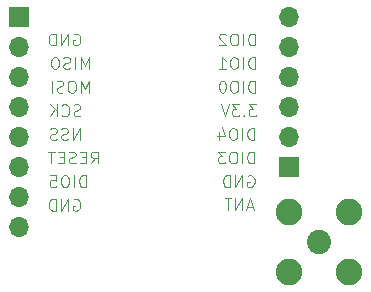
<source format=gbr>
%TF.GenerationSoftware,KiCad,Pcbnew,8.0.6*%
%TF.CreationDate,2024-11-18T16:26:53-05:00*%
%TF.ProjectId,lora_breakout,6c6f7261-5f62-4726-9561-6b6f75742e6b,rev?*%
%TF.SameCoordinates,Original*%
%TF.FileFunction,Copper,L2,Bot*%
%TF.FilePolarity,Positive*%
%FSLAX46Y46*%
G04 Gerber Fmt 4.6, Leading zero omitted, Abs format (unit mm)*
G04 Created by KiCad (PCBNEW 8.0.6) date 2024-11-18 16:26:53*
%MOMM*%
%LPD*%
G01*
G04 APERTURE LIST*
%ADD10C,0.125000*%
%TA.AperFunction,NonConductor*%
%ADD11C,0.125000*%
%TD*%
%TA.AperFunction,ComponentPad*%
%ADD12R,1.700000X1.700000*%
%TD*%
%TA.AperFunction,ComponentPad*%
%ADD13O,1.700000X1.700000*%
%TD*%
%TA.AperFunction,ComponentPad*%
%ADD14C,2.250000*%
%TD*%
%TA.AperFunction,ComponentPad*%
%ADD15C,2.050000*%
%TD*%
G04 APERTURE END LIST*
D10*
D11*
X132905859Y-91668738D02*
X133001097Y-91621119D01*
X133001097Y-91621119D02*
X133143954Y-91621119D01*
X133143954Y-91621119D02*
X133286811Y-91668738D01*
X133286811Y-91668738D02*
X133382049Y-91763976D01*
X133382049Y-91763976D02*
X133429668Y-91859214D01*
X133429668Y-91859214D02*
X133477287Y-92049690D01*
X133477287Y-92049690D02*
X133477287Y-92192547D01*
X133477287Y-92192547D02*
X133429668Y-92383023D01*
X133429668Y-92383023D02*
X133382049Y-92478261D01*
X133382049Y-92478261D02*
X133286811Y-92573500D01*
X133286811Y-92573500D02*
X133143954Y-92621119D01*
X133143954Y-92621119D02*
X133048716Y-92621119D01*
X133048716Y-92621119D02*
X132905859Y-92573500D01*
X132905859Y-92573500D02*
X132858240Y-92525880D01*
X132858240Y-92525880D02*
X132858240Y-92192547D01*
X132858240Y-92192547D02*
X133048716Y-92192547D01*
X132429668Y-92621119D02*
X132429668Y-91621119D01*
X132429668Y-91621119D02*
X131858240Y-92621119D01*
X131858240Y-92621119D02*
X131858240Y-91621119D01*
X131382049Y-92621119D02*
X131382049Y-91621119D01*
X131382049Y-91621119D02*
X131143954Y-91621119D01*
X131143954Y-91621119D02*
X131001097Y-91668738D01*
X131001097Y-91668738D02*
X130905859Y-91763976D01*
X130905859Y-91763976D02*
X130858240Y-91859214D01*
X130858240Y-91859214D02*
X130810621Y-92049690D01*
X130810621Y-92049690D02*
X130810621Y-92192547D01*
X130810621Y-92192547D02*
X130858240Y-92383023D01*
X130858240Y-92383023D02*
X130905859Y-92478261D01*
X130905859Y-92478261D02*
X131001097Y-92573500D01*
X131001097Y-92573500D02*
X131143954Y-92621119D01*
X131143954Y-92621119D02*
X131382049Y-92621119D01*
D10*
D11*
X133929668Y-90621119D02*
X133929668Y-89621119D01*
X133929668Y-89621119D02*
X133691573Y-89621119D01*
X133691573Y-89621119D02*
X133548716Y-89668738D01*
X133548716Y-89668738D02*
X133453478Y-89763976D01*
X133453478Y-89763976D02*
X133405859Y-89859214D01*
X133405859Y-89859214D02*
X133358240Y-90049690D01*
X133358240Y-90049690D02*
X133358240Y-90192547D01*
X133358240Y-90192547D02*
X133405859Y-90383023D01*
X133405859Y-90383023D02*
X133453478Y-90478261D01*
X133453478Y-90478261D02*
X133548716Y-90573500D01*
X133548716Y-90573500D02*
X133691573Y-90621119D01*
X133691573Y-90621119D02*
X133929668Y-90621119D01*
X132929668Y-90621119D02*
X132929668Y-89621119D01*
X132263002Y-89621119D02*
X132072526Y-89621119D01*
X132072526Y-89621119D02*
X131977288Y-89668738D01*
X131977288Y-89668738D02*
X131882050Y-89763976D01*
X131882050Y-89763976D02*
X131834431Y-89954452D01*
X131834431Y-89954452D02*
X131834431Y-90287785D01*
X131834431Y-90287785D02*
X131882050Y-90478261D01*
X131882050Y-90478261D02*
X131977288Y-90573500D01*
X131977288Y-90573500D02*
X132072526Y-90621119D01*
X132072526Y-90621119D02*
X132263002Y-90621119D01*
X132263002Y-90621119D02*
X132358240Y-90573500D01*
X132358240Y-90573500D02*
X132453478Y-90478261D01*
X132453478Y-90478261D02*
X132501097Y-90287785D01*
X132501097Y-90287785D02*
X132501097Y-89954452D01*
X132501097Y-89954452D02*
X132453478Y-89763976D01*
X132453478Y-89763976D02*
X132358240Y-89668738D01*
X132358240Y-89668738D02*
X132263002Y-89621119D01*
X130929669Y-89621119D02*
X131405859Y-89621119D01*
X131405859Y-89621119D02*
X131453478Y-90097309D01*
X131453478Y-90097309D02*
X131405859Y-90049690D01*
X131405859Y-90049690D02*
X131310621Y-90002071D01*
X131310621Y-90002071D02*
X131072526Y-90002071D01*
X131072526Y-90002071D02*
X130977288Y-90049690D01*
X130977288Y-90049690D02*
X130929669Y-90097309D01*
X130929669Y-90097309D02*
X130882050Y-90192547D01*
X130882050Y-90192547D02*
X130882050Y-90430642D01*
X130882050Y-90430642D02*
X130929669Y-90525880D01*
X130929669Y-90525880D02*
X130977288Y-90573500D01*
X130977288Y-90573500D02*
X131072526Y-90621119D01*
X131072526Y-90621119D02*
X131310621Y-90621119D01*
X131310621Y-90621119D02*
X131405859Y-90573500D01*
X131405859Y-90573500D02*
X131453478Y-90525880D01*
D10*
D11*
X134358240Y-88621119D02*
X134691573Y-88144928D01*
X134929668Y-88621119D02*
X134929668Y-87621119D01*
X134929668Y-87621119D02*
X134548716Y-87621119D01*
X134548716Y-87621119D02*
X134453478Y-87668738D01*
X134453478Y-87668738D02*
X134405859Y-87716357D01*
X134405859Y-87716357D02*
X134358240Y-87811595D01*
X134358240Y-87811595D02*
X134358240Y-87954452D01*
X134358240Y-87954452D02*
X134405859Y-88049690D01*
X134405859Y-88049690D02*
X134453478Y-88097309D01*
X134453478Y-88097309D02*
X134548716Y-88144928D01*
X134548716Y-88144928D02*
X134929668Y-88144928D01*
X133929668Y-88097309D02*
X133596335Y-88097309D01*
X133453478Y-88621119D02*
X133929668Y-88621119D01*
X133929668Y-88621119D02*
X133929668Y-87621119D01*
X133929668Y-87621119D02*
X133453478Y-87621119D01*
X133072525Y-88573500D02*
X132929668Y-88621119D01*
X132929668Y-88621119D02*
X132691573Y-88621119D01*
X132691573Y-88621119D02*
X132596335Y-88573500D01*
X132596335Y-88573500D02*
X132548716Y-88525880D01*
X132548716Y-88525880D02*
X132501097Y-88430642D01*
X132501097Y-88430642D02*
X132501097Y-88335404D01*
X132501097Y-88335404D02*
X132548716Y-88240166D01*
X132548716Y-88240166D02*
X132596335Y-88192547D01*
X132596335Y-88192547D02*
X132691573Y-88144928D01*
X132691573Y-88144928D02*
X132882049Y-88097309D01*
X132882049Y-88097309D02*
X132977287Y-88049690D01*
X132977287Y-88049690D02*
X133024906Y-88002071D01*
X133024906Y-88002071D02*
X133072525Y-87906833D01*
X133072525Y-87906833D02*
X133072525Y-87811595D01*
X133072525Y-87811595D02*
X133024906Y-87716357D01*
X133024906Y-87716357D02*
X132977287Y-87668738D01*
X132977287Y-87668738D02*
X132882049Y-87621119D01*
X132882049Y-87621119D02*
X132643954Y-87621119D01*
X132643954Y-87621119D02*
X132501097Y-87668738D01*
X132072525Y-88097309D02*
X131739192Y-88097309D01*
X131596335Y-88621119D02*
X132072525Y-88621119D01*
X132072525Y-88621119D02*
X132072525Y-87621119D01*
X132072525Y-87621119D02*
X131596335Y-87621119D01*
X131310620Y-87621119D02*
X130739192Y-87621119D01*
X131024906Y-88621119D02*
X131024906Y-87621119D01*
D10*
D11*
X133429668Y-86621119D02*
X133429668Y-85621119D01*
X133429668Y-85621119D02*
X132858240Y-86621119D01*
X132858240Y-86621119D02*
X132858240Y-85621119D01*
X132429668Y-86573500D02*
X132286811Y-86621119D01*
X132286811Y-86621119D02*
X132048716Y-86621119D01*
X132048716Y-86621119D02*
X131953478Y-86573500D01*
X131953478Y-86573500D02*
X131905859Y-86525880D01*
X131905859Y-86525880D02*
X131858240Y-86430642D01*
X131858240Y-86430642D02*
X131858240Y-86335404D01*
X131858240Y-86335404D02*
X131905859Y-86240166D01*
X131905859Y-86240166D02*
X131953478Y-86192547D01*
X131953478Y-86192547D02*
X132048716Y-86144928D01*
X132048716Y-86144928D02*
X132239192Y-86097309D01*
X132239192Y-86097309D02*
X132334430Y-86049690D01*
X132334430Y-86049690D02*
X132382049Y-86002071D01*
X132382049Y-86002071D02*
X132429668Y-85906833D01*
X132429668Y-85906833D02*
X132429668Y-85811595D01*
X132429668Y-85811595D02*
X132382049Y-85716357D01*
X132382049Y-85716357D02*
X132334430Y-85668738D01*
X132334430Y-85668738D02*
X132239192Y-85621119D01*
X132239192Y-85621119D02*
X132001097Y-85621119D01*
X132001097Y-85621119D02*
X131858240Y-85668738D01*
X131477287Y-86573500D02*
X131334430Y-86621119D01*
X131334430Y-86621119D02*
X131096335Y-86621119D01*
X131096335Y-86621119D02*
X131001097Y-86573500D01*
X131001097Y-86573500D02*
X130953478Y-86525880D01*
X130953478Y-86525880D02*
X130905859Y-86430642D01*
X130905859Y-86430642D02*
X130905859Y-86335404D01*
X130905859Y-86335404D02*
X130953478Y-86240166D01*
X130953478Y-86240166D02*
X131001097Y-86192547D01*
X131001097Y-86192547D02*
X131096335Y-86144928D01*
X131096335Y-86144928D02*
X131286811Y-86097309D01*
X131286811Y-86097309D02*
X131382049Y-86049690D01*
X131382049Y-86049690D02*
X131429668Y-86002071D01*
X131429668Y-86002071D02*
X131477287Y-85906833D01*
X131477287Y-85906833D02*
X131477287Y-85811595D01*
X131477287Y-85811595D02*
X131429668Y-85716357D01*
X131429668Y-85716357D02*
X131382049Y-85668738D01*
X131382049Y-85668738D02*
X131286811Y-85621119D01*
X131286811Y-85621119D02*
X131048716Y-85621119D01*
X131048716Y-85621119D02*
X130905859Y-85668738D01*
D10*
D11*
X133477287Y-84573500D02*
X133334430Y-84621119D01*
X133334430Y-84621119D02*
X133096335Y-84621119D01*
X133096335Y-84621119D02*
X133001097Y-84573500D01*
X133001097Y-84573500D02*
X132953478Y-84525880D01*
X132953478Y-84525880D02*
X132905859Y-84430642D01*
X132905859Y-84430642D02*
X132905859Y-84335404D01*
X132905859Y-84335404D02*
X132953478Y-84240166D01*
X132953478Y-84240166D02*
X133001097Y-84192547D01*
X133001097Y-84192547D02*
X133096335Y-84144928D01*
X133096335Y-84144928D02*
X133286811Y-84097309D01*
X133286811Y-84097309D02*
X133382049Y-84049690D01*
X133382049Y-84049690D02*
X133429668Y-84002071D01*
X133429668Y-84002071D02*
X133477287Y-83906833D01*
X133477287Y-83906833D02*
X133477287Y-83811595D01*
X133477287Y-83811595D02*
X133429668Y-83716357D01*
X133429668Y-83716357D02*
X133382049Y-83668738D01*
X133382049Y-83668738D02*
X133286811Y-83621119D01*
X133286811Y-83621119D02*
X133048716Y-83621119D01*
X133048716Y-83621119D02*
X132905859Y-83668738D01*
X131905859Y-84525880D02*
X131953478Y-84573500D01*
X131953478Y-84573500D02*
X132096335Y-84621119D01*
X132096335Y-84621119D02*
X132191573Y-84621119D01*
X132191573Y-84621119D02*
X132334430Y-84573500D01*
X132334430Y-84573500D02*
X132429668Y-84478261D01*
X132429668Y-84478261D02*
X132477287Y-84383023D01*
X132477287Y-84383023D02*
X132524906Y-84192547D01*
X132524906Y-84192547D02*
X132524906Y-84049690D01*
X132524906Y-84049690D02*
X132477287Y-83859214D01*
X132477287Y-83859214D02*
X132429668Y-83763976D01*
X132429668Y-83763976D02*
X132334430Y-83668738D01*
X132334430Y-83668738D02*
X132191573Y-83621119D01*
X132191573Y-83621119D02*
X132096335Y-83621119D01*
X132096335Y-83621119D02*
X131953478Y-83668738D01*
X131953478Y-83668738D02*
X131905859Y-83716357D01*
X131477287Y-84621119D02*
X131477287Y-83621119D01*
X130905859Y-84621119D02*
X131334430Y-84049690D01*
X130905859Y-83621119D02*
X131477287Y-84192547D01*
D10*
D11*
X134179668Y-82621119D02*
X134179668Y-81621119D01*
X134179668Y-81621119D02*
X133846335Y-82335404D01*
X133846335Y-82335404D02*
X133513002Y-81621119D01*
X133513002Y-81621119D02*
X133513002Y-82621119D01*
X132846335Y-81621119D02*
X132655859Y-81621119D01*
X132655859Y-81621119D02*
X132560621Y-81668738D01*
X132560621Y-81668738D02*
X132465383Y-81763976D01*
X132465383Y-81763976D02*
X132417764Y-81954452D01*
X132417764Y-81954452D02*
X132417764Y-82287785D01*
X132417764Y-82287785D02*
X132465383Y-82478261D01*
X132465383Y-82478261D02*
X132560621Y-82573500D01*
X132560621Y-82573500D02*
X132655859Y-82621119D01*
X132655859Y-82621119D02*
X132846335Y-82621119D01*
X132846335Y-82621119D02*
X132941573Y-82573500D01*
X132941573Y-82573500D02*
X133036811Y-82478261D01*
X133036811Y-82478261D02*
X133084430Y-82287785D01*
X133084430Y-82287785D02*
X133084430Y-81954452D01*
X133084430Y-81954452D02*
X133036811Y-81763976D01*
X133036811Y-81763976D02*
X132941573Y-81668738D01*
X132941573Y-81668738D02*
X132846335Y-81621119D01*
X132036811Y-82573500D02*
X131893954Y-82621119D01*
X131893954Y-82621119D02*
X131655859Y-82621119D01*
X131655859Y-82621119D02*
X131560621Y-82573500D01*
X131560621Y-82573500D02*
X131513002Y-82525880D01*
X131513002Y-82525880D02*
X131465383Y-82430642D01*
X131465383Y-82430642D02*
X131465383Y-82335404D01*
X131465383Y-82335404D02*
X131513002Y-82240166D01*
X131513002Y-82240166D02*
X131560621Y-82192547D01*
X131560621Y-82192547D02*
X131655859Y-82144928D01*
X131655859Y-82144928D02*
X131846335Y-82097309D01*
X131846335Y-82097309D02*
X131941573Y-82049690D01*
X131941573Y-82049690D02*
X131989192Y-82002071D01*
X131989192Y-82002071D02*
X132036811Y-81906833D01*
X132036811Y-81906833D02*
X132036811Y-81811595D01*
X132036811Y-81811595D02*
X131989192Y-81716357D01*
X131989192Y-81716357D02*
X131941573Y-81668738D01*
X131941573Y-81668738D02*
X131846335Y-81621119D01*
X131846335Y-81621119D02*
X131608240Y-81621119D01*
X131608240Y-81621119D02*
X131465383Y-81668738D01*
X131036811Y-82621119D02*
X131036811Y-81621119D01*
D10*
D11*
X134179668Y-80621119D02*
X134179668Y-79621119D01*
X134179668Y-79621119D02*
X133846335Y-80335404D01*
X133846335Y-80335404D02*
X133513002Y-79621119D01*
X133513002Y-79621119D02*
X133513002Y-80621119D01*
X133036811Y-80621119D02*
X133036811Y-79621119D01*
X132608240Y-80573500D02*
X132465383Y-80621119D01*
X132465383Y-80621119D02*
X132227288Y-80621119D01*
X132227288Y-80621119D02*
X132132050Y-80573500D01*
X132132050Y-80573500D02*
X132084431Y-80525880D01*
X132084431Y-80525880D02*
X132036812Y-80430642D01*
X132036812Y-80430642D02*
X132036812Y-80335404D01*
X132036812Y-80335404D02*
X132084431Y-80240166D01*
X132084431Y-80240166D02*
X132132050Y-80192547D01*
X132132050Y-80192547D02*
X132227288Y-80144928D01*
X132227288Y-80144928D02*
X132417764Y-80097309D01*
X132417764Y-80097309D02*
X132513002Y-80049690D01*
X132513002Y-80049690D02*
X132560621Y-80002071D01*
X132560621Y-80002071D02*
X132608240Y-79906833D01*
X132608240Y-79906833D02*
X132608240Y-79811595D01*
X132608240Y-79811595D02*
X132560621Y-79716357D01*
X132560621Y-79716357D02*
X132513002Y-79668738D01*
X132513002Y-79668738D02*
X132417764Y-79621119D01*
X132417764Y-79621119D02*
X132179669Y-79621119D01*
X132179669Y-79621119D02*
X132036812Y-79668738D01*
X131417764Y-79621119D02*
X131227288Y-79621119D01*
X131227288Y-79621119D02*
X131132050Y-79668738D01*
X131132050Y-79668738D02*
X131036812Y-79763976D01*
X131036812Y-79763976D02*
X130989193Y-79954452D01*
X130989193Y-79954452D02*
X130989193Y-80287785D01*
X130989193Y-80287785D02*
X131036812Y-80478261D01*
X131036812Y-80478261D02*
X131132050Y-80573500D01*
X131132050Y-80573500D02*
X131227288Y-80621119D01*
X131227288Y-80621119D02*
X131417764Y-80621119D01*
X131417764Y-80621119D02*
X131513002Y-80573500D01*
X131513002Y-80573500D02*
X131608240Y-80478261D01*
X131608240Y-80478261D02*
X131655859Y-80287785D01*
X131655859Y-80287785D02*
X131655859Y-79954452D01*
X131655859Y-79954452D02*
X131608240Y-79763976D01*
X131608240Y-79763976D02*
X131513002Y-79668738D01*
X131513002Y-79668738D02*
X131417764Y-79621119D01*
D10*
D11*
X132905859Y-77668738D02*
X133001097Y-77621119D01*
X133001097Y-77621119D02*
X133143954Y-77621119D01*
X133143954Y-77621119D02*
X133286811Y-77668738D01*
X133286811Y-77668738D02*
X133382049Y-77763976D01*
X133382049Y-77763976D02*
X133429668Y-77859214D01*
X133429668Y-77859214D02*
X133477287Y-78049690D01*
X133477287Y-78049690D02*
X133477287Y-78192547D01*
X133477287Y-78192547D02*
X133429668Y-78383023D01*
X133429668Y-78383023D02*
X133382049Y-78478261D01*
X133382049Y-78478261D02*
X133286811Y-78573500D01*
X133286811Y-78573500D02*
X133143954Y-78621119D01*
X133143954Y-78621119D02*
X133048716Y-78621119D01*
X133048716Y-78621119D02*
X132905859Y-78573500D01*
X132905859Y-78573500D02*
X132858240Y-78525880D01*
X132858240Y-78525880D02*
X132858240Y-78192547D01*
X132858240Y-78192547D02*
X133048716Y-78192547D01*
X132429668Y-78621119D02*
X132429668Y-77621119D01*
X132429668Y-77621119D02*
X131858240Y-78621119D01*
X131858240Y-78621119D02*
X131858240Y-77621119D01*
X131382049Y-78621119D02*
X131382049Y-77621119D01*
X131382049Y-77621119D02*
X131143954Y-77621119D01*
X131143954Y-77621119D02*
X131001097Y-77668738D01*
X131001097Y-77668738D02*
X130905859Y-77763976D01*
X130905859Y-77763976D02*
X130858240Y-77859214D01*
X130858240Y-77859214D02*
X130810621Y-78049690D01*
X130810621Y-78049690D02*
X130810621Y-78192547D01*
X130810621Y-78192547D02*
X130858240Y-78383023D01*
X130858240Y-78383023D02*
X130905859Y-78478261D01*
X130905859Y-78478261D02*
X131001097Y-78573500D01*
X131001097Y-78573500D02*
X131143954Y-78621119D01*
X131143954Y-78621119D02*
X131382049Y-78621119D01*
D10*
D11*
X148264668Y-78621119D02*
X148264668Y-77621119D01*
X148264668Y-77621119D02*
X148026573Y-77621119D01*
X148026573Y-77621119D02*
X147883716Y-77668738D01*
X147883716Y-77668738D02*
X147788478Y-77763976D01*
X147788478Y-77763976D02*
X147740859Y-77859214D01*
X147740859Y-77859214D02*
X147693240Y-78049690D01*
X147693240Y-78049690D02*
X147693240Y-78192547D01*
X147693240Y-78192547D02*
X147740859Y-78383023D01*
X147740859Y-78383023D02*
X147788478Y-78478261D01*
X147788478Y-78478261D02*
X147883716Y-78573500D01*
X147883716Y-78573500D02*
X148026573Y-78621119D01*
X148026573Y-78621119D02*
X148264668Y-78621119D01*
X147264668Y-78621119D02*
X147264668Y-77621119D01*
X146598002Y-77621119D02*
X146407526Y-77621119D01*
X146407526Y-77621119D02*
X146312288Y-77668738D01*
X146312288Y-77668738D02*
X146217050Y-77763976D01*
X146217050Y-77763976D02*
X146169431Y-77954452D01*
X146169431Y-77954452D02*
X146169431Y-78287785D01*
X146169431Y-78287785D02*
X146217050Y-78478261D01*
X146217050Y-78478261D02*
X146312288Y-78573500D01*
X146312288Y-78573500D02*
X146407526Y-78621119D01*
X146407526Y-78621119D02*
X146598002Y-78621119D01*
X146598002Y-78621119D02*
X146693240Y-78573500D01*
X146693240Y-78573500D02*
X146788478Y-78478261D01*
X146788478Y-78478261D02*
X146836097Y-78287785D01*
X146836097Y-78287785D02*
X146836097Y-77954452D01*
X146836097Y-77954452D02*
X146788478Y-77763976D01*
X146788478Y-77763976D02*
X146693240Y-77668738D01*
X146693240Y-77668738D02*
X146598002Y-77621119D01*
X145788478Y-77716357D02*
X145740859Y-77668738D01*
X145740859Y-77668738D02*
X145645621Y-77621119D01*
X145645621Y-77621119D02*
X145407526Y-77621119D01*
X145407526Y-77621119D02*
X145312288Y-77668738D01*
X145312288Y-77668738D02*
X145264669Y-77716357D01*
X145264669Y-77716357D02*
X145217050Y-77811595D01*
X145217050Y-77811595D02*
X145217050Y-77906833D01*
X145217050Y-77906833D02*
X145264669Y-78049690D01*
X145264669Y-78049690D02*
X145836097Y-78621119D01*
X145836097Y-78621119D02*
X145217050Y-78621119D01*
D10*
D11*
X148264668Y-80621119D02*
X148264668Y-79621119D01*
X148264668Y-79621119D02*
X148026573Y-79621119D01*
X148026573Y-79621119D02*
X147883716Y-79668738D01*
X147883716Y-79668738D02*
X147788478Y-79763976D01*
X147788478Y-79763976D02*
X147740859Y-79859214D01*
X147740859Y-79859214D02*
X147693240Y-80049690D01*
X147693240Y-80049690D02*
X147693240Y-80192547D01*
X147693240Y-80192547D02*
X147740859Y-80383023D01*
X147740859Y-80383023D02*
X147788478Y-80478261D01*
X147788478Y-80478261D02*
X147883716Y-80573500D01*
X147883716Y-80573500D02*
X148026573Y-80621119D01*
X148026573Y-80621119D02*
X148264668Y-80621119D01*
X147264668Y-80621119D02*
X147264668Y-79621119D01*
X146598002Y-79621119D02*
X146407526Y-79621119D01*
X146407526Y-79621119D02*
X146312288Y-79668738D01*
X146312288Y-79668738D02*
X146217050Y-79763976D01*
X146217050Y-79763976D02*
X146169431Y-79954452D01*
X146169431Y-79954452D02*
X146169431Y-80287785D01*
X146169431Y-80287785D02*
X146217050Y-80478261D01*
X146217050Y-80478261D02*
X146312288Y-80573500D01*
X146312288Y-80573500D02*
X146407526Y-80621119D01*
X146407526Y-80621119D02*
X146598002Y-80621119D01*
X146598002Y-80621119D02*
X146693240Y-80573500D01*
X146693240Y-80573500D02*
X146788478Y-80478261D01*
X146788478Y-80478261D02*
X146836097Y-80287785D01*
X146836097Y-80287785D02*
X146836097Y-79954452D01*
X146836097Y-79954452D02*
X146788478Y-79763976D01*
X146788478Y-79763976D02*
X146693240Y-79668738D01*
X146693240Y-79668738D02*
X146598002Y-79621119D01*
X145217050Y-80621119D02*
X145788478Y-80621119D01*
X145502764Y-80621119D02*
X145502764Y-79621119D01*
X145502764Y-79621119D02*
X145598002Y-79763976D01*
X145598002Y-79763976D02*
X145693240Y-79859214D01*
X145693240Y-79859214D02*
X145788478Y-79906833D01*
D10*
D11*
X148264668Y-82621119D02*
X148264668Y-81621119D01*
X148264668Y-81621119D02*
X148026573Y-81621119D01*
X148026573Y-81621119D02*
X147883716Y-81668738D01*
X147883716Y-81668738D02*
X147788478Y-81763976D01*
X147788478Y-81763976D02*
X147740859Y-81859214D01*
X147740859Y-81859214D02*
X147693240Y-82049690D01*
X147693240Y-82049690D02*
X147693240Y-82192547D01*
X147693240Y-82192547D02*
X147740859Y-82383023D01*
X147740859Y-82383023D02*
X147788478Y-82478261D01*
X147788478Y-82478261D02*
X147883716Y-82573500D01*
X147883716Y-82573500D02*
X148026573Y-82621119D01*
X148026573Y-82621119D02*
X148264668Y-82621119D01*
X147264668Y-82621119D02*
X147264668Y-81621119D01*
X146598002Y-81621119D02*
X146407526Y-81621119D01*
X146407526Y-81621119D02*
X146312288Y-81668738D01*
X146312288Y-81668738D02*
X146217050Y-81763976D01*
X146217050Y-81763976D02*
X146169431Y-81954452D01*
X146169431Y-81954452D02*
X146169431Y-82287785D01*
X146169431Y-82287785D02*
X146217050Y-82478261D01*
X146217050Y-82478261D02*
X146312288Y-82573500D01*
X146312288Y-82573500D02*
X146407526Y-82621119D01*
X146407526Y-82621119D02*
X146598002Y-82621119D01*
X146598002Y-82621119D02*
X146693240Y-82573500D01*
X146693240Y-82573500D02*
X146788478Y-82478261D01*
X146788478Y-82478261D02*
X146836097Y-82287785D01*
X146836097Y-82287785D02*
X146836097Y-81954452D01*
X146836097Y-81954452D02*
X146788478Y-81763976D01*
X146788478Y-81763976D02*
X146693240Y-81668738D01*
X146693240Y-81668738D02*
X146598002Y-81621119D01*
X145550383Y-81621119D02*
X145455145Y-81621119D01*
X145455145Y-81621119D02*
X145359907Y-81668738D01*
X145359907Y-81668738D02*
X145312288Y-81716357D01*
X145312288Y-81716357D02*
X145264669Y-81811595D01*
X145264669Y-81811595D02*
X145217050Y-82002071D01*
X145217050Y-82002071D02*
X145217050Y-82240166D01*
X145217050Y-82240166D02*
X145264669Y-82430642D01*
X145264669Y-82430642D02*
X145312288Y-82525880D01*
X145312288Y-82525880D02*
X145359907Y-82573500D01*
X145359907Y-82573500D02*
X145455145Y-82621119D01*
X145455145Y-82621119D02*
X145550383Y-82621119D01*
X145550383Y-82621119D02*
X145645621Y-82573500D01*
X145645621Y-82573500D02*
X145693240Y-82525880D01*
X145693240Y-82525880D02*
X145740859Y-82430642D01*
X145740859Y-82430642D02*
X145788478Y-82240166D01*
X145788478Y-82240166D02*
X145788478Y-82002071D01*
X145788478Y-82002071D02*
X145740859Y-81811595D01*
X145740859Y-81811595D02*
X145693240Y-81716357D01*
X145693240Y-81716357D02*
X145645621Y-81668738D01*
X145645621Y-81668738D02*
X145550383Y-81621119D01*
D10*
D11*
X148359906Y-83621119D02*
X147740859Y-83621119D01*
X147740859Y-83621119D02*
X148074192Y-84002071D01*
X148074192Y-84002071D02*
X147931335Y-84002071D01*
X147931335Y-84002071D02*
X147836097Y-84049690D01*
X147836097Y-84049690D02*
X147788478Y-84097309D01*
X147788478Y-84097309D02*
X147740859Y-84192547D01*
X147740859Y-84192547D02*
X147740859Y-84430642D01*
X147740859Y-84430642D02*
X147788478Y-84525880D01*
X147788478Y-84525880D02*
X147836097Y-84573500D01*
X147836097Y-84573500D02*
X147931335Y-84621119D01*
X147931335Y-84621119D02*
X148217049Y-84621119D01*
X148217049Y-84621119D02*
X148312287Y-84573500D01*
X148312287Y-84573500D02*
X148359906Y-84525880D01*
X147312287Y-84525880D02*
X147264668Y-84573500D01*
X147264668Y-84573500D02*
X147312287Y-84621119D01*
X147312287Y-84621119D02*
X147359906Y-84573500D01*
X147359906Y-84573500D02*
X147312287Y-84525880D01*
X147312287Y-84525880D02*
X147312287Y-84621119D01*
X146931335Y-83621119D02*
X146312288Y-83621119D01*
X146312288Y-83621119D02*
X146645621Y-84002071D01*
X146645621Y-84002071D02*
X146502764Y-84002071D01*
X146502764Y-84002071D02*
X146407526Y-84049690D01*
X146407526Y-84049690D02*
X146359907Y-84097309D01*
X146359907Y-84097309D02*
X146312288Y-84192547D01*
X146312288Y-84192547D02*
X146312288Y-84430642D01*
X146312288Y-84430642D02*
X146359907Y-84525880D01*
X146359907Y-84525880D02*
X146407526Y-84573500D01*
X146407526Y-84573500D02*
X146502764Y-84621119D01*
X146502764Y-84621119D02*
X146788478Y-84621119D01*
X146788478Y-84621119D02*
X146883716Y-84573500D01*
X146883716Y-84573500D02*
X146931335Y-84525880D01*
X146026573Y-83621119D02*
X145693240Y-84621119D01*
X145693240Y-84621119D02*
X145359907Y-83621119D01*
D10*
D11*
X148179668Y-86621119D02*
X148179668Y-85621119D01*
X148179668Y-85621119D02*
X147941573Y-85621119D01*
X147941573Y-85621119D02*
X147798716Y-85668738D01*
X147798716Y-85668738D02*
X147703478Y-85763976D01*
X147703478Y-85763976D02*
X147655859Y-85859214D01*
X147655859Y-85859214D02*
X147608240Y-86049690D01*
X147608240Y-86049690D02*
X147608240Y-86192547D01*
X147608240Y-86192547D02*
X147655859Y-86383023D01*
X147655859Y-86383023D02*
X147703478Y-86478261D01*
X147703478Y-86478261D02*
X147798716Y-86573500D01*
X147798716Y-86573500D02*
X147941573Y-86621119D01*
X147941573Y-86621119D02*
X148179668Y-86621119D01*
X147179668Y-86621119D02*
X147179668Y-85621119D01*
X146513002Y-85621119D02*
X146322526Y-85621119D01*
X146322526Y-85621119D02*
X146227288Y-85668738D01*
X146227288Y-85668738D02*
X146132050Y-85763976D01*
X146132050Y-85763976D02*
X146084431Y-85954452D01*
X146084431Y-85954452D02*
X146084431Y-86287785D01*
X146084431Y-86287785D02*
X146132050Y-86478261D01*
X146132050Y-86478261D02*
X146227288Y-86573500D01*
X146227288Y-86573500D02*
X146322526Y-86621119D01*
X146322526Y-86621119D02*
X146513002Y-86621119D01*
X146513002Y-86621119D02*
X146608240Y-86573500D01*
X146608240Y-86573500D02*
X146703478Y-86478261D01*
X146703478Y-86478261D02*
X146751097Y-86287785D01*
X146751097Y-86287785D02*
X146751097Y-85954452D01*
X146751097Y-85954452D02*
X146703478Y-85763976D01*
X146703478Y-85763976D02*
X146608240Y-85668738D01*
X146608240Y-85668738D02*
X146513002Y-85621119D01*
X145227288Y-85954452D02*
X145227288Y-86621119D01*
X145465383Y-85573500D02*
X145703478Y-86287785D01*
X145703478Y-86287785D02*
X145084431Y-86287785D01*
D10*
D11*
X148179668Y-88621119D02*
X148179668Y-87621119D01*
X148179668Y-87621119D02*
X147941573Y-87621119D01*
X147941573Y-87621119D02*
X147798716Y-87668738D01*
X147798716Y-87668738D02*
X147703478Y-87763976D01*
X147703478Y-87763976D02*
X147655859Y-87859214D01*
X147655859Y-87859214D02*
X147608240Y-88049690D01*
X147608240Y-88049690D02*
X147608240Y-88192547D01*
X147608240Y-88192547D02*
X147655859Y-88383023D01*
X147655859Y-88383023D02*
X147703478Y-88478261D01*
X147703478Y-88478261D02*
X147798716Y-88573500D01*
X147798716Y-88573500D02*
X147941573Y-88621119D01*
X147941573Y-88621119D02*
X148179668Y-88621119D01*
X147179668Y-88621119D02*
X147179668Y-87621119D01*
X146513002Y-87621119D02*
X146322526Y-87621119D01*
X146322526Y-87621119D02*
X146227288Y-87668738D01*
X146227288Y-87668738D02*
X146132050Y-87763976D01*
X146132050Y-87763976D02*
X146084431Y-87954452D01*
X146084431Y-87954452D02*
X146084431Y-88287785D01*
X146084431Y-88287785D02*
X146132050Y-88478261D01*
X146132050Y-88478261D02*
X146227288Y-88573500D01*
X146227288Y-88573500D02*
X146322526Y-88621119D01*
X146322526Y-88621119D02*
X146513002Y-88621119D01*
X146513002Y-88621119D02*
X146608240Y-88573500D01*
X146608240Y-88573500D02*
X146703478Y-88478261D01*
X146703478Y-88478261D02*
X146751097Y-88287785D01*
X146751097Y-88287785D02*
X146751097Y-87954452D01*
X146751097Y-87954452D02*
X146703478Y-87763976D01*
X146703478Y-87763976D02*
X146608240Y-87668738D01*
X146608240Y-87668738D02*
X146513002Y-87621119D01*
X145751097Y-87621119D02*
X145132050Y-87621119D01*
X145132050Y-87621119D02*
X145465383Y-88002071D01*
X145465383Y-88002071D02*
X145322526Y-88002071D01*
X145322526Y-88002071D02*
X145227288Y-88049690D01*
X145227288Y-88049690D02*
X145179669Y-88097309D01*
X145179669Y-88097309D02*
X145132050Y-88192547D01*
X145132050Y-88192547D02*
X145132050Y-88430642D01*
X145132050Y-88430642D02*
X145179669Y-88525880D01*
X145179669Y-88525880D02*
X145227288Y-88573500D01*
X145227288Y-88573500D02*
X145322526Y-88621119D01*
X145322526Y-88621119D02*
X145608240Y-88621119D01*
X145608240Y-88621119D02*
X145703478Y-88573500D01*
X145703478Y-88573500D02*
X145751097Y-88525880D01*
D10*
D11*
X147655859Y-89668738D02*
X147751097Y-89621119D01*
X147751097Y-89621119D02*
X147893954Y-89621119D01*
X147893954Y-89621119D02*
X148036811Y-89668738D01*
X148036811Y-89668738D02*
X148132049Y-89763976D01*
X148132049Y-89763976D02*
X148179668Y-89859214D01*
X148179668Y-89859214D02*
X148227287Y-90049690D01*
X148227287Y-90049690D02*
X148227287Y-90192547D01*
X148227287Y-90192547D02*
X148179668Y-90383023D01*
X148179668Y-90383023D02*
X148132049Y-90478261D01*
X148132049Y-90478261D02*
X148036811Y-90573500D01*
X148036811Y-90573500D02*
X147893954Y-90621119D01*
X147893954Y-90621119D02*
X147798716Y-90621119D01*
X147798716Y-90621119D02*
X147655859Y-90573500D01*
X147655859Y-90573500D02*
X147608240Y-90525880D01*
X147608240Y-90525880D02*
X147608240Y-90192547D01*
X147608240Y-90192547D02*
X147798716Y-90192547D01*
X147179668Y-90621119D02*
X147179668Y-89621119D01*
X147179668Y-89621119D02*
X146608240Y-90621119D01*
X146608240Y-90621119D02*
X146608240Y-89621119D01*
X146132049Y-90621119D02*
X146132049Y-89621119D01*
X146132049Y-89621119D02*
X145893954Y-89621119D01*
X145893954Y-89621119D02*
X145751097Y-89668738D01*
X145751097Y-89668738D02*
X145655859Y-89763976D01*
X145655859Y-89763976D02*
X145608240Y-89859214D01*
X145608240Y-89859214D02*
X145560621Y-90049690D01*
X145560621Y-90049690D02*
X145560621Y-90192547D01*
X145560621Y-90192547D02*
X145608240Y-90383023D01*
X145608240Y-90383023D02*
X145655859Y-90478261D01*
X145655859Y-90478261D02*
X145751097Y-90573500D01*
X145751097Y-90573500D02*
X145893954Y-90621119D01*
X145893954Y-90621119D02*
X146132049Y-90621119D01*
D10*
D11*
X148062287Y-92295404D02*
X147586097Y-92295404D01*
X148157525Y-92581119D02*
X147824192Y-91581119D01*
X147824192Y-91581119D02*
X147490859Y-92581119D01*
X147157525Y-92581119D02*
X147157525Y-91581119D01*
X147157525Y-91581119D02*
X146586097Y-92581119D01*
X146586097Y-92581119D02*
X146586097Y-91581119D01*
X146252763Y-91581119D02*
X145681335Y-91581119D01*
X145967049Y-92581119D02*
X145967049Y-91581119D01*
D12*
%TO.P,J4,1,Pin_1*%
%TO.N,Net-(J4-Pin_1)*%
X151130000Y-88900000D03*
D13*
%TO.P,J4,2,Pin_2*%
%TO.N,Net-(J4-Pin_2)*%
X151130000Y-86360000D03*
%TO.P,J4,3,Pin_3*%
%TO.N,Net-(J4-Pin_3)*%
X151130000Y-83820000D03*
%TO.P,J4,4,Pin_4*%
%TO.N,Net-(J4-Pin_4)*%
X151130000Y-81280000D03*
%TO.P,J4,5,Pin_5*%
%TO.N,Net-(J4-Pin_5)*%
X151130000Y-78740000D03*
%TO.P,J4,6,Pin_6*%
%TO.N,Net-(J4-Pin_6)*%
X151130000Y-76200000D03*
%TD*%
D14*
%TO.P,J3,2,Ext*%
%TO.N,Net-(J3-Ext)*%
X156210000Y-97790000D03*
X156210000Y-92710000D03*
X151130000Y-97790000D03*
X151130000Y-92710000D03*
D15*
%TO.P,J3,1,In*%
%TO.N,Net-(J3-In)*%
X153670000Y-95250000D03*
%TD*%
D12*
%TO.P,J2,1,Pin_1*%
%TO.N,Net-(J2-Pin_1)*%
X128270000Y-76200000D03*
D13*
%TO.P,J2,2,Pin_2*%
%TO.N,Net-(J2-Pin_2)*%
X128270000Y-78740000D03*
%TO.P,J2,3,Pin_3*%
%TO.N,Net-(J2-Pin_3)*%
X128270000Y-81280000D03*
%TO.P,J2,4,Pin_4*%
%TO.N,Net-(J2-Pin_4)*%
X128270000Y-83820000D03*
%TO.P,J2,5,Pin_5*%
%TO.N,Net-(J2-Pin_5)*%
X128270000Y-86360000D03*
%TO.P,J2,6,Pin_6*%
%TO.N,Net-(J2-Pin_6)*%
X128270000Y-88900000D03*
%TO.P,J2,7,Pin_7*%
%TO.N,Net-(J2-Pin_7)*%
X128270000Y-91440000D03*
%TO.P,J2,8,Pin_8*%
%TO.N,Net-(J2-Pin_8)*%
X128270000Y-93980000D03*
%TD*%
M02*

</source>
